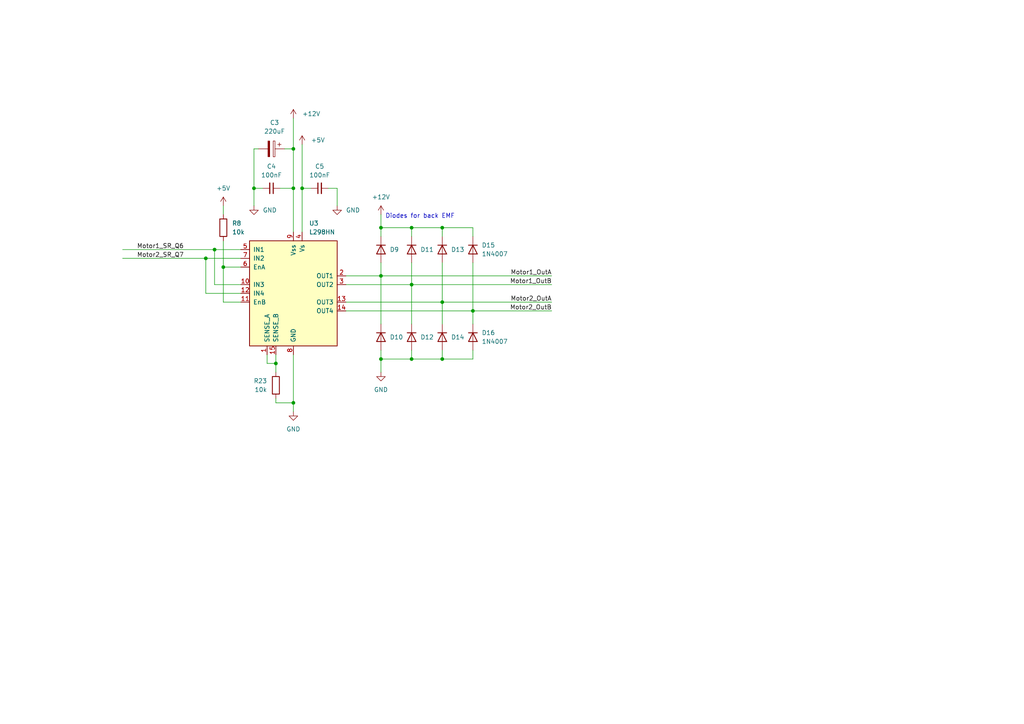
<source format=kicad_sch>
(kicad_sch (version 20211123) (generator eeschema)
  (paper "A4")
  (title_block (title "L298N motor driver"))
  (lib_symbols
    (symbol "Device:C_Polarized" (pin_numbers hide) (pin_names (offset 0.254))
      (property "Reference" "C" (at 0.635 2.54 0))
      (property "Value" "C_Polarized" (at 0.635 -2.54 0))
      (symbol "C_Polarized_0_1"
        (rectangle (start -2.286 0.508) (end 2.286 1.016))
        (polyline (pts (xy -1.778 2.286) (xy -0.762 2.286)))
        (polyline (pts (xy -1.27 2.794) (xy -1.27 1.778)))
        (rectangle (start 2.286 -0.508) (end -2.286 -1.016) (fill (type outline)))
      )
      (symbol "C_Polarized_1_1"
        (pin passive line (at 0 3.81 270) (length 2.794) (name "~") (number "1"))
        (pin passive line (at 0 -3.81 90) (length 2.794) (name "~") (number "2"))
      )
    )
    (symbol "Device:C_Small" (pin_numbers hide) (pin_names (offset 0.254) hide)
      (property "Reference" "C" (at 0.254 1.778 0))
      (property "Value" "C_Small" (at 0.254 -2.032 0))
      (symbol "C_Small_0_1"
        (polyline (pts (xy -1.524 -0.508) (xy 1.524 -0.508)) (stroke (width 0.3302)))
        (polyline (pts (xy -1.524 0.508) (xy 1.524 0.508)) (stroke (width 0.3048)))
      )
      (symbol "C_Small_1_1"
        (pin passive line (at 0 2.54 270) (length 2.032) (name "~") (number "1"))
        (pin passive line (at 0 -2.54 90) (length 2.032) (name "~") (number "2"))
      )
    )
    (symbol "Device:R" (pin_numbers hide) (pin_names (offset 0))
      (property "Reference" "R" (at 2.032 0 90))
      (property "Value" "R" (at 0 0 90))
      (symbol "R_0_1"
        (rectangle (start -1.016 -2.54) (end 1.016 2.54) (stroke (width 0.254)))
      )
      (symbol "R_1_1"
        (pin passive line (at 0 3.81 270) (length 1.27) (name "~") (number "1"))
        (pin passive line (at 0 -3.81 90) (length 1.27) (name "~") (number "2"))
      )
    )
    (symbol "Diode:1N4007" (pin_numbers hide) (pin_names (offset 1.016) hide)
      (property "Reference" "D" (at 0 2.54 0))
      (property "Value" "1N4007" (at 0 -2.54 0))
      (symbol "1N4007_0_1"
        (polyline (pts (xy -1.27 1.27) (xy -1.27 -1.27)) (stroke (width 0.254)))
        (polyline (pts (xy 1.27 0) (xy -1.27 0)))
        (polyline (pts (xy 1.27 1.27) (xy 1.27 -1.27) (xy -1.27 0) (xy 1.27 1.27)) (stroke (width 0.254)))
      )
      (symbol "1N4007_1_1"
        (pin passive line (at -3.81 0 0) (length 2.54) (name "K") (number "1"))
        (pin passive line (at 3.81 0 180) (length 2.54) (name "A") (number "2"))
      )
    )
    (symbol "Driver_Motor:L298HN" (pin_names (offset 1.016))
      (property "Reference" "U" (at -10.16 16.51 0))
      (property "Value" "L298HN" (at 12.7 16.51 0))
      (symbol "L298HN_0_1"
        (rectangle (start -12.7 15.24) (end 12.7 -15.24) (stroke (width 0.254)) (fill (type background)))
      )
      (symbol "L298HN_1_1"
        (pin power_in line (at -7.62 -17.78 90) (length 2.54) (name "SENSE_A") (number "1"))
        (pin input line (at -15.24 2.54 0) (length 2.54) (name "IN3") (number "10"))
        (pin input line (at -15.24 -2.54 0) (length 2.54) (name "EnB") (number "11"))
        (pin input line (at -15.24 0 0) (length 2.54) (name "IN4") (number "12"))
        (pin output line (at 15.24 -2.54 180) (length 2.54) (name "OUT3") (number "13"))
        (pin output line (at 15.24 -5.08 180) (length 2.54) (name "OUT4") (number "14"))
        (pin power_in line (at -5.08 -17.78 90) (length 2.54) (name "SENSE_B") (number "15"))
        (pin output line (at 15.24 5.08 180) (length 2.54) (name "OUT1") (number "2"))
        (pin output line (at 15.24 2.54 180) (length 2.54) (name "OUT2") (number "3"))
        (pin power_in line (at 2.54 17.78 270) (length 2.54) (name "Vs") (number "4"))
        (pin input line (at -15.24 12.7 0) (length 2.54) (name "IN1") (number "5"))
        (pin input line (at -15.24 7.62 0) (length 2.54) (name "EnA") (number "6"))
        (pin input line (at -15.24 10.16 0) (length 2.54) (name "IN2") (number "7"))
        (pin power_in line (at 0 -17.78 90) (length 2.54) (name "GND") (number "8"))
        (pin power_in line (at 0 17.78 270) (length 2.54) (name "Vss") (number "9"))
      )
    )
    (symbol "power:+12V" (power) (pin_names (offset 0))
      (property "Value" "+12V" (at 0 3.556 0))
      (symbol "+12V_0_1"
        (polyline (pts (xy -0.762 1.27) (xy 0 2.54)))
        (polyline (pts (xy 0 0) (xy 0 2.54)))
        (polyline (pts (xy 0 2.54) (xy 0.762 1.27)))
      )
      (symbol "+12V_1_1"
        (pin power_in line (at 0 0 90) (length 0) hide (name "+12V") (number "1"))
      )
    )
    (symbol "power:+5V" (power) (pin_names (offset 0))
      (property "Value" "+5V" (at 0 3.556 0))
      (symbol "+5V_0_1"
        (polyline (pts (xy -0.762 1.27) (xy 0 2.54)))
        (polyline (pts (xy 0 0) (xy 0 2.54)))
        (polyline (pts (xy 0 2.54) (xy 0.762 1.27)))
      )
      (symbol "+5V_1_1"
        (pin power_in line (at 0 0 90) (length 0) hide (name "+5V") (number "1"))
      )
    )
    (symbol "power:GND" (power) (pin_names (offset 0))
      (property "Value" "GND" (at 0 -3.81 0))
      (symbol "GND_0_1"
        (polyline (pts (xy 0 0) (xy 0 -1.27) (xy 1.27 -1.27) (xy 0 -2.54) (xy -1.27 -1.27) (xy 0 -1.27)))
      )
      (symbol "GND_1_1"
        (pin power_in line (at 0 0 270) (length 0) hide (name "GND") (number "1"))
      )
    )
  )
  (junction (at 110.49 66.04))
  (junction (at 64.77 77.47))
  (junction (at 85.09 116.84))
  (junction (at 119.38 66.04))
  (junction (at 110.49 104.14))
  (junction (at 128.27 104.14))
  (junction (at 85.09 43.18))
  (junction (at 73.66 54.61))
  (junction (at 80.01 105.41))
  (junction (at 87.63 54.61))
  (junction (at 59.69 74.93))
  (junction (at 128.27 87.63))
  (junction (at 110.49 80.01))
  (junction (at 62.23 72.39))
  (junction (at 119.38 82.55))
  (junction (at 128.27 66.04))
  (junction (at 137.16 90.17))
  (junction (at 119.38 104.14))
  (junction (at 85.09 54.61))
  (wire (pts (xy 80.01 105.41) (xy 80.01 107.95)))
  (wire (pts (xy 87.63 54.61) (xy 87.63 67.31)))
  (wire (pts (xy 69.85 82.55) (xy 62.23 82.55)))
  (wire (pts (xy 97.79 54.61) (xy 97.79 59.69)))
  (wire (pts (xy 119.38 104.14) (xy 128.27 104.14)))
  (wire (pts (xy 119.38 66.04) (xy 128.27 66.04)))
  (wire (pts (xy 35.56 72.39) (xy 62.23 72.39)))
  (wire (pts (xy 137.16 68.58) (xy 137.16 66.04)))
  (wire (pts (xy 80.01 115.57) (xy 80.01 116.84)))
  (wire (pts (xy 119.38 101.6) (xy 119.38 104.14)))
  (wire (pts (xy 59.69 74.93) (xy 59.69 85.09)))
  (wire (pts (xy 110.49 62.23) (xy 110.49 66.04)))
  (wire (pts (xy 110.49 80.01) (xy 160.02 80.01)))
  (wire (pts (xy 95.25 54.61) (xy 97.79 54.61)))
  (wire (pts (xy 82.55 43.18) (xy 85.09 43.18)))
  (wire (pts (xy 128.27 66.04) (xy 128.27 68.58)))
  (wire (pts (xy 137.16 101.6) (xy 137.16 104.14)))
  (wire (pts (xy 100.33 90.17) (xy 137.16 90.17)))
  (wire (pts (xy 119.38 66.04) (xy 119.38 68.58)))
  (wire (pts (xy 85.09 34.29) (xy 85.09 43.18)))
  (wire (pts (xy 85.09 54.61) (xy 85.09 67.31)))
  (wire (pts (xy 128.27 66.04) (xy 137.16 66.04)))
  (wire (pts (xy 64.77 77.47) (xy 69.85 77.47)))
  (wire (pts (xy 100.33 82.55) (xy 119.38 82.55)))
  (wire (pts (xy 62.23 82.55) (xy 62.23 72.39)))
  (wire (pts (xy 119.38 82.55) (xy 119.38 93.98)))
  (wire (pts (xy 110.49 80.01) (xy 110.49 93.98)))
  (wire (pts (xy 85.09 43.18) (xy 85.09 54.61)))
  (wire (pts (xy 137.16 90.17) (xy 137.16 93.98)))
  (wire (pts (xy 128.27 87.63) (xy 160.02 87.63)))
  (wire (pts (xy 128.27 87.63) (xy 128.27 93.98)))
  (wire (pts (xy 110.49 104.14) (xy 119.38 104.14)))
  (wire (pts (xy 81.28 54.61) (xy 85.09 54.61)))
  (wire (pts (xy 73.66 43.18) (xy 74.93 43.18)))
  (wire (pts (xy 128.27 76.2) (xy 128.27 87.63)))
  (wire (pts (xy 59.69 85.09) (xy 69.85 85.09)))
  (wire (pts (xy 62.23 72.39) (xy 69.85 72.39)))
  (wire (pts (xy 110.49 104.14) (xy 110.49 107.95)))
  (wire (pts (xy 100.33 87.63) (xy 128.27 87.63)))
  (wire (pts (xy 100.33 80.01) (xy 110.49 80.01)))
  (wire (pts (xy 77.47 102.87) (xy 77.47 105.41)))
  (wire (pts (xy 110.49 66.04) (xy 110.49 68.58)))
  (wire (pts (xy 80.01 116.84) (xy 85.09 116.84)))
  (wire (pts (xy 137.16 104.14) (xy 128.27 104.14)))
  (wire (pts (xy 73.66 43.18) (xy 73.66 54.61)))
  (wire (pts (xy 137.16 76.2) (xy 137.16 90.17)))
  (wire (pts (xy 35.56 74.93) (xy 59.69 74.93)))
  (wire (pts (xy 59.69 74.93) (xy 69.85 74.93)))
  (wire (pts (xy 119.38 76.2) (xy 119.38 82.55)))
  (wire (pts (xy 110.49 66.04) (xy 119.38 66.04)))
  (wire (pts (xy 80.01 102.87) (xy 80.01 105.41)))
  (wire (pts (xy 64.77 59.69) (xy 64.77 62.23)))
  (wire (pts (xy 128.27 101.6) (xy 128.27 104.14)))
  (wire (pts (xy 64.77 87.63) (xy 69.85 87.63)))
  (wire (pts (xy 73.66 54.61) (xy 76.2 54.61)))
  (wire (pts (xy 85.09 116.84) (xy 85.09 119.38)))
  (wire (pts (xy 73.66 54.61) (xy 73.66 59.69)))
  (wire (pts (xy 77.47 105.41) (xy 80.01 105.41)))
  (wire (pts (xy 110.49 101.6) (xy 110.49 104.14)))
  (wire (pts (xy 64.77 69.85) (xy 64.77 77.47)))
  (wire (pts (xy 85.09 102.87) (xy 85.09 116.84)))
  (wire (pts (xy 137.16 90.17) (xy 160.02 90.17)))
  (wire (pts (xy 87.63 54.61) (xy 90.17 54.61)))
  (wire (pts (xy 64.77 77.47) (xy 64.77 87.63)))
  (wire (pts (xy 110.49 76.2) (xy 110.49 80.01)))
  (wire (pts (xy 87.63 41.91) (xy 87.63 54.61)))
  (wire (pts (xy 119.38 82.55) (xy 160.02 82.55)))
  (text "Diodes for back EMF" (at 111.76 63.5 0) (effects (font (size 1.27 1.27)) (justify left bottom)))
  (label "Motor1_OutA" (at 160.02 80.01 180))
  (label "Motor1_SR_Q6" (at 53.34 72.39 180))
  (label "Motor2_OutB" (at 160.02 90.17 180))
  (label "Motor1_OutB" (at 160.02 82.55 180))
  (label "Motor2_SR_Q7" (at 53.34 74.93 180))
  (label "Motor2_OutA" (at 160.02 87.63 180))
  (symbol (lib_id "Device:C_Polarized") (at 78.74 43.18 270) (unit 1)
    (property "Reference" "C3" (at 79.629 35.56 90))
    (property "Value" "220uF" (at 79.629 38.1 90))
    (property "Footprint" "Capacitor_THT:CP_Radial_D6.3mm_P2.50mm" (effects hide))
  )
  (symbol (lib_id "power:GND") (at 97.79 59.69 0) (unit 1)
    (property "Reference" "#PWR0108" (effects hide))
    (property "Value" "GND" (at 100.33 60.9599 0) (effects (justify left)))
  )
  (symbol (lib_id "Diode:1N4007") (at 119.38 97.79 270) (unit 1)
    (property "Reference" "D12" (at 121.92 97.7899 90) (effects (justify left)))
    (property "Value" "1N4007" (effects hide))
    (property "Footprint" "Diode_THT:D_DO-41_SOD81_P10.16mm_Horizontal" (effects hide))
    (property "Datasheet" "http://www.vishay.com/docs/88503/1n4001.pdf" (effects hide))
  )
  (symbol (lib_id "Diode:1N4007") (at 128.27 97.79 270) (unit 1)
    (property "Reference" "D14" (at 130.81 97.7899 90) (effects (justify left)))
    (property "Value" "1N4007" (effects hide))
    (property "Footprint" "Diode_THT:D_DO-41_SOD81_P10.16mm_Horizontal" (effects hide))
    (property "Datasheet" "http://www.vishay.com/docs/88503/1n4001.pdf" (effects hide))
  )
  (symbol (lib_id "Diode:1N4007") (at 137.16 72.39 270) (unit 1)
    (property "Reference" "D15" (at 139.7 71.1199 90) (effects (justify left)))
    (property "Value" "1N4007" (at 139.7 73.6599 90) (effects (justify left)))
    (property "Footprint" "Diode_THT:D_DO-41_SOD81_P10.16mm_Horizontal" (effects hide))
    (property "Datasheet" "http://www.vishay.com/docs/88503/1n4001.pdf" (effects hide))
  )
  (symbol (lib_id "power:GND") (at 73.66 59.69 0) (unit 1)
    (property "Reference" "#PWR0105" (effects hide))
    (property "Value" "GND" (at 76.2 60.9599 0) (effects (justify left)))
  )
  (symbol (lib_id "power:GND") (at 85.09 119.38 0) (unit 1)
    (property "Reference" "#PWR0102" (effects hide))
    (property "Value" "GND" (at 85.09 124.46 0))
  )
  (symbol (lib_id "Diode:1N4007") (at 110.49 97.79 270) (unit 1)
    (property "Reference" "D10" (at 113.03 97.7899 90) (effects (justify left)))
    (property "Value" "1N4007" (effects hide))
    (property "Footprint" "Diode_THT:D_DO-41_SOD81_P10.16mm_Horizontal" (effects hide))
    (property "Datasheet" "http://www.vishay.com/docs/88503/1n4001.pdf" (effects hide))
  )
  (symbol (lib_id "Device:C_Small") (at 78.74 54.61 270) (unit 1)
    (property "Reference" "C4" (at 78.7336 48.26 90))
    (property "Value" "100nF" (at 78.7336 50.8 90))
    (property "Footprint" "Capacitor_THT:C_Disc_D4.7mm_W2.5mm_P5.00mm" (effects hide))
  )
  (symbol (lib_id "Device:R") (at 64.77 66.04 0) (mirror y) (unit 1)
    (property "Reference" "R8" (at 67.31 64.7699 0) (effects (justify right)))
    (property "Value" "10k" (at 67.31 67.3099 0) (effects (justify right)))
    (property "Footprint" "Resistor_THT:R_Axial_DIN0204_L3.6mm_D1.6mm_P5.08mm_Horizontal" (effects hide))
  )
  (symbol (lib_id "Diode:1N4007") (at 137.16 97.79 270) (unit 1)
    (property "Reference" "D16" (at 139.7 96.5199 90) (effects (justify left)))
    (property "Value" "1N4007" (at 139.7 99.0599 90) (effects (justify left)))
    (property "Footprint" "Diode_THT:D_DO-41_SOD81_P10.16mm_Horizontal" (effects hide))
    (property "Datasheet" "http://www.vishay.com/docs/88503/1n4001.pdf" (effects hide))
  )
  (symbol (lib_id "Diode:1N4007") (at 110.49 72.39 270) (unit 1)
    (property "Reference" "D9" (at 113.03 72.3899 90) (effects (justify left)))
    (property "Value" "1N4007" (effects hide))
    (property "Footprint" "Diode_THT:D_DO-41_SOD81_P10.16mm_Horizontal" (effects hide))
    (property "Datasheet" "http://www.vishay.com/docs/88503/1n4001.pdf" (effects hide))
  )
  (symbol (lib_id "power:+5V") (at 87.63 41.91 0) (unit 1)
    (property "Reference" "#PWR0107" (effects hide))
    (property "Value" "+5V" (at 90.17 40.6399 0) (effects (justify left)))
  )
  (symbol (lib_id "Driver_Motor:L298HN") (at 85.09 85.09 0) (unit 1)
    (property "Reference" "U3" (at 89.6494 64.77 0) (effects (justify left)))
    (property "Value" "L298HN" (at 89.6494 67.31 0) (effects (justify left)))
    (property "Footprint" "Package_TO_SOT_THT:TO-220-15_P2.54x2.54mm_StaggerOdd_Lead4.58mm_Vertical" (effects hide))
    (property "Datasheet" "http://www.st.com/st-web-ui/static/active/en/resource/technical/document/datasheet/CD00000240.pdf" (effects hide))
  )
  (symbol (lib_id "power:GND") (at 110.49 107.95 0) (unit 1)
    (property "Reference" "#PWR0103" (effects hide))
    (property "Value" "GND" (at 110.49 113.03 0))
  )
  (symbol (lib_id "Diode:1N4007") (at 128.27 72.39 270) (unit 1)
    (property "Reference" "D13" (at 130.81 72.3899 90) (effects (justify left)))
    (property "Value" "1N4007" (effects hide))
    (property "Footprint" "Diode_THT:D_DO-41_SOD81_P10.16mm_Horizontal" (effects hide))
    (property "Datasheet" "http://www.vishay.com/docs/88503/1n4001.pdf" (effects hide))
  )
  (symbol (lib_id "Device:R") (at 80.01 111.76 0) (mirror y) (unit 1)
    (property "Reference" "R23" (at 77.47 110.4899 0) (effects (justify left)))
    (property "Value" "10k" (at 77.47 113.0299 0) (effects (justify left)))
    (property "Footprint" "Resistor_THT:R_Axial_DIN0204_L3.6mm_D1.6mm_P5.08mm_Horizontal" (effects hide))
  )
  (symbol (lib_id "power:+12V") (at 85.09 34.29 0) (unit 1)
    (property "Reference" "#PWR0106" (effects hide))
    (property "Value" "+12V" (at 87.63 33.0199 0) (effects (justify left)))
  )
  (symbol (lib_id "Device:C_Small") (at 92.71 54.61 90) (unit 1)
    (property "Reference" "C5" (at 92.7163 48.26 90))
    (property "Value" "100nF" (at 92.7163 50.8 90))
    (property "Footprint" "Capacitor_THT:C_Disc_D4.7mm_W2.5mm_P5.00mm" (effects hide))
  )
  (symbol (lib_id "Diode:1N4007") (at 119.38 72.39 270) (unit 1)
    (property "Reference" "D11" (at 121.92 72.3899 90) (effects (justify left)))
    (property "Value" "1N4007" (effects hide))
    (property "Footprint" "Diode_THT:D_DO-41_SOD81_P10.16mm_Horizontal" (effects hide))
    (property "Datasheet" "http://www.vishay.com/docs/88503/1n4001.pdf" (effects hide))
  )
  (symbol (lib_id "power:+12V") (at 110.49 62.23 0) (unit 1)
    (property "Reference" "#PWR0109" (effects hide))
    (property "Value" "+12V" (at 110.49 57.15 0))
  )
  (symbol (lib_id "power:+5V") (at 64.77 59.69 0) (unit 1)
    (property "Reference" "#PWR0104" (effects hide))
    (property "Value" "+5V" (at 64.77 54.61 0))
  )
)
</source>
